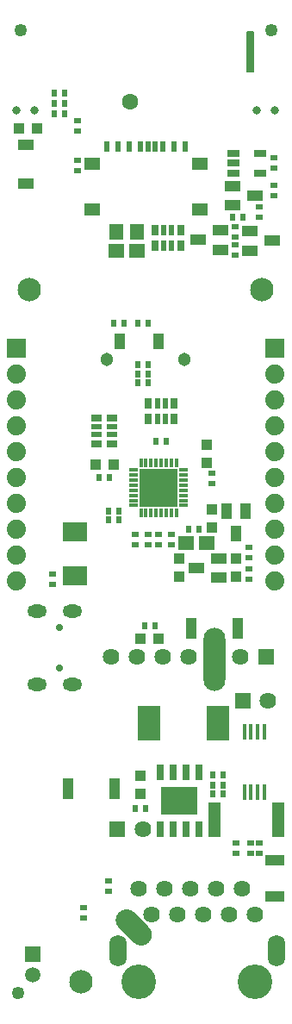
<source format=gbr>
G04 #@! TF.GenerationSoftware,KiCad,Pcbnew,5.1.6-c6e7f7d~87~ubuntu18.04.1*
G04 #@! TF.CreationDate,2022-05-31T16:19:01+03:00*
G04 #@! TF.ProjectId,ESP32-PoE-ISO_Rev_J,45535033-322d-4506-9f45-2d49534f5f52,J*
G04 #@! TF.SameCoordinates,Original*
G04 #@! TF.FileFunction,Soldermask,Bot*
G04 #@! TF.FilePolarity,Negative*
%FSLAX46Y46*%
G04 Gerber Fmt 4.6, Leading zero omitted, Abs format (unit mm)*
G04 Created by KiCad (PCBNEW 5.1.6-c6e7f7d~87~ubuntu18.04.1) date 2022-05-31 16:19:01*
%MOMM*%
%LPD*%
G01*
G04 APERTURE LIST*
%ADD10R,1.501600X1.101600*%
%ADD11C,0.801600*%
%ADD12R,1.117600X1.117600*%
%ADD13R,1.117600X2.133600*%
%ADD14C,1.625600*%
%ADD15R,1.625600X1.625600*%
%ADD16R,2.301600X3.501600*%
%ADD17R,0.651600X0.601600*%
%ADD18R,0.601600X0.651600*%
%ADD19R,1.371600X1.625600*%
%ADD20C,1.254000*%
%ADD21C,1.879600*%
%ADD22R,1.879600X1.879600*%
%ADD23R,1.625600X1.371600*%
%ADD24R,1.879600X1.117600*%
%ADD25R,0.601600X1.101600*%
%ADD26R,1.601600X1.301600*%
%ADD27R,0.482600X1.117600*%
%ADD28R,0.736600X1.117600*%
%ADD29R,1.101600X1.501600*%
%ADD30R,3.701600X3.701600*%
%ADD31R,0.501600X0.501600*%
%ADD32R,1.524000X1.524000*%
%ADD33R,0.351600X0.901600*%
%ADD34R,0.901600X0.351600*%
%ADD35O,2.133600X6.197600*%
%ADD36C,1.301600*%
%ADD37R,1.117600X0.482600*%
%ADD38R,1.117600X0.736600*%
%ADD39C,0.701600*%
%ADD40O,1.901600X1.301600*%
%ADD41R,2.387600X1.879600*%
%ADD42C,3.401601*%
%ADD43O,1.701600X3.101599*%
%ADD44R,0.451600X1.601600*%
%ADD45R,3.601600X2.701600*%
%ADD46R,0.701600X1.501600*%
%ADD47C,1.901600*%
%ADD48R,1.301600X3.501601*%
%ADD49C,1.601600*%
%ADD50R,1.301600X0.651600*%
%ADD51C,2.301600*%
%ADD52R,1.501600X1.501600*%
%ADD53C,1.501600*%
%ADD54C,0.203200*%
G04 APERTURE END LIST*
D10*
X92329000Y-103256000D03*
X92329000Y-107056000D03*
D11*
X115059000Y-99822000D03*
X116859000Y-99822000D03*
X91421000Y-99822000D03*
X93221000Y-99822000D03*
D12*
X91694000Y-101600000D03*
X93472000Y-101600000D03*
D13*
X101092000Y-166497000D03*
X96520000Y-166497000D03*
X113157000Y-150749000D03*
X108585000Y-150749000D03*
D14*
X113411000Y-153543000D03*
D15*
X115951000Y-153543000D03*
D14*
X108331000Y-153543000D03*
X105791000Y-153543000D03*
X100711000Y-153543000D03*
X103251000Y-153543000D03*
D16*
X104423000Y-160020000D03*
X111223000Y-160020000D03*
D14*
X103866000Y-170434000D03*
D15*
X101366000Y-170434000D03*
D17*
X94996000Y-145415000D03*
X94996000Y-146431000D03*
G36*
G01*
X102935679Y-181571462D02*
X101498838Y-180134622D01*
G75*
G02*
X101498838Y-178625938I754342J754342D01*
G01*
X101498838Y-178625938D01*
G75*
G02*
X103007522Y-178625938I754342J-754342D01*
G01*
X104444362Y-180062778D01*
G75*
G02*
X104444362Y-181571462I-754342J-754342D01*
G01*
X104444362Y-181571462D01*
G75*
G02*
X102935678Y-181571462I-754342J754342D01*
G01*
G37*
D18*
X95123000Y-99187000D03*
X96139000Y-99187000D03*
X95123000Y-98171000D03*
X96139000Y-98171000D03*
X96139000Y-100203000D03*
X95123000Y-100203000D03*
D12*
X105410000Y-151765000D03*
X103632000Y-151765000D03*
D17*
X114300000Y-142748000D03*
X114300000Y-143764000D03*
D12*
X113030000Y-143891000D03*
X113030000Y-145669000D03*
D19*
X103251000Y-111760000D03*
X101219000Y-111760000D03*
D20*
X91567000Y-186563000D03*
X116459000Y-92000000D03*
X91821000Y-92000000D03*
D18*
X106172000Y-132334000D03*
X105156000Y-132334000D03*
X99568000Y-135890000D03*
X100584000Y-135890000D03*
X101473000Y-139192000D03*
X100457000Y-139192000D03*
X109347000Y-140970000D03*
X108331000Y-140970000D03*
X113665000Y-110363000D03*
X112649000Y-110363000D03*
D17*
X97409000Y-105791000D03*
X97409000Y-104775000D03*
D18*
X104394000Y-126619000D03*
X103378000Y-126619000D03*
X104394000Y-124841000D03*
X103378000Y-124841000D03*
X104394000Y-120777000D03*
X103378000Y-120777000D03*
X104394000Y-125730000D03*
X103378000Y-125730000D03*
X100457000Y-140081000D03*
X101473000Y-140081000D03*
D17*
X110617000Y-136525000D03*
X110617000Y-135509000D03*
X105410000Y-141478000D03*
X105410000Y-142494000D03*
X106680000Y-142494000D03*
X106680000Y-141478000D03*
X103124000Y-142494000D03*
X103124000Y-141478000D03*
X104394000Y-142494000D03*
X104394000Y-141478000D03*
X114300000Y-145923000D03*
X114300000Y-144907000D03*
D18*
X105029000Y-150495000D03*
X104013000Y-150495000D03*
D17*
X115316000Y-109347000D03*
X115316000Y-110363000D03*
D10*
X111343440Y-143830040D03*
X111343440Y-145732500D03*
X109133640Y-144777460D03*
D21*
X116840000Y-146080000D03*
X116840000Y-143540000D03*
X116840000Y-138460000D03*
X116840000Y-141000000D03*
X116840000Y-135920000D03*
X116840000Y-133380000D03*
D22*
X116840000Y-123220000D03*
D21*
X116840000Y-125760000D03*
X116840000Y-128300000D03*
X116840000Y-130840000D03*
X91440000Y-130840000D03*
X91440000Y-128300000D03*
X91440000Y-125760000D03*
D22*
X91440000Y-123220000D03*
D21*
X91440000Y-133380000D03*
X91440000Y-135920000D03*
X91440000Y-141000000D03*
X91440000Y-138460000D03*
X91440000Y-143540000D03*
X91440000Y-146080000D03*
D10*
X114335560Y-113598960D03*
X114335560Y-111696500D03*
X116545360Y-112651540D03*
D23*
X101219000Y-113665000D03*
X103251000Y-113665000D03*
D24*
X116840000Y-177038000D03*
X116840000Y-173482000D03*
D25*
X100290000Y-103380000D03*
X101390000Y-103380000D03*
X102490000Y-103380000D03*
X103590000Y-103380000D03*
X104340000Y-103380000D03*
X105040000Y-103380000D03*
X105790000Y-103380000D03*
X106890000Y-103380000D03*
X107990000Y-103380000D03*
D26*
X109440000Y-105130000D03*
X98840000Y-105130000D03*
X109440000Y-109580000D03*
X98840000Y-109580000D03*
D12*
X110109000Y-134493000D03*
X110109000Y-132715000D03*
X99187000Y-134620000D03*
X100965000Y-134620000D03*
X107442000Y-143891000D03*
X107442000Y-145669000D03*
X110617000Y-140843000D03*
X110617000Y-139065000D03*
D27*
X106045000Y-128651000D03*
X105283000Y-128651000D03*
X106045000Y-130175000D03*
X105283000Y-130175000D03*
D28*
X106934000Y-128651000D03*
X106934000Y-130175000D03*
X104394000Y-128651000D03*
X104394000Y-130175000D03*
D10*
X111506000Y-111633000D03*
X111506000Y-113535460D03*
X109296200Y-112580420D03*
D23*
X110109000Y-142367000D03*
X108077000Y-142367000D03*
D17*
X116713000Y-108204000D03*
X116713000Y-107188000D03*
D29*
X105405000Y-122555000D03*
X101605000Y-122555000D03*
D18*
X100965000Y-120777000D03*
X101981000Y-120777000D03*
D30*
X105410000Y-136906000D03*
D31*
X106710000Y-137406000D03*
X106710000Y-136406000D03*
X105910000Y-135606000D03*
X104910000Y-135606000D03*
X104110000Y-136406000D03*
X104110000Y-137406000D03*
X104910000Y-138206000D03*
X105910000Y-138206000D03*
D32*
X105410000Y-136906000D03*
D33*
X103660000Y-139356000D03*
X104160000Y-139356000D03*
X104660000Y-139356000D03*
X105160000Y-139356000D03*
X105660000Y-139356000D03*
X106160000Y-139356000D03*
X106660000Y-139356000D03*
X107160000Y-139356000D03*
D34*
X107860000Y-138656000D03*
X107860000Y-138156000D03*
X107860000Y-137656000D03*
X107860000Y-137156000D03*
X107860000Y-136656000D03*
X107860000Y-136156000D03*
X107860000Y-135656000D03*
X107860000Y-135156000D03*
D33*
X107160000Y-134456000D03*
X106660000Y-134456000D03*
X106160000Y-134456000D03*
X105660000Y-134456000D03*
X105160000Y-134456000D03*
X104660000Y-134456000D03*
X104160000Y-134456000D03*
X103660000Y-134456000D03*
D34*
X102960000Y-135156000D03*
X102960000Y-135656000D03*
X102960000Y-136156000D03*
X102960000Y-136656000D03*
X102960000Y-137156000D03*
X102960000Y-137656000D03*
X102960000Y-138156000D03*
X102960000Y-138656000D03*
D17*
X112903000Y-114046000D03*
X112903000Y-113030000D03*
X112903000Y-112268000D03*
X112903000Y-111252000D03*
D10*
X114892000Y-108204000D03*
X112692000Y-107254000D03*
X112692000Y-109154000D03*
D29*
X113027460Y-141437360D03*
X113982500Y-139227560D03*
X112080040Y-139227560D03*
D28*
X105029000Y-113157000D03*
X105029000Y-111633000D03*
X107569000Y-113157000D03*
X107569000Y-111633000D03*
D27*
X105918000Y-113157000D03*
X106680000Y-113157000D03*
X105918000Y-111633000D03*
X106680000Y-111633000D03*
D35*
X110871000Y-153733500D03*
D36*
X107950000Y-124333000D03*
X100330000Y-124333000D03*
D37*
X99314000Y-130937000D03*
X99314000Y-131699000D03*
X100838000Y-130937000D03*
X100838000Y-131699000D03*
D38*
X99314000Y-130048000D03*
X100838000Y-130048000D03*
X99314000Y-132588000D03*
X100838000Y-132588000D03*
D39*
X95626000Y-150654000D03*
X95626000Y-154654000D03*
D40*
X93476000Y-149054000D03*
X96946000Y-149054000D03*
X96946000Y-156254000D03*
X93476000Y-156254000D03*
D41*
X97155000Y-145560000D03*
X97155000Y-141206000D03*
D42*
X114915000Y-185443000D03*
X103485000Y-185443000D03*
D43*
X117000000Y-182393000D03*
X101400000Y-182393000D03*
D14*
X114915000Y-178793000D03*
X113645000Y-176253000D03*
X112375000Y-178793000D03*
X111105000Y-176253000D03*
X109835000Y-178793000D03*
X108565000Y-176253000D03*
X107295000Y-178793000D03*
X106025000Y-176253000D03*
X104755000Y-178793000D03*
X103485000Y-176253000D03*
D17*
X100457000Y-175514000D03*
X100457000Y-176530000D03*
X98044000Y-179197000D03*
X98044000Y-178181000D03*
D18*
X111760000Y-167005000D03*
X110744000Y-167005000D03*
D14*
X116185000Y-157861000D03*
D15*
X113685000Y-157861000D03*
D17*
X113030000Y-171831000D03*
X113030000Y-172847000D03*
X115316000Y-172847000D03*
X115316000Y-171831000D03*
X114427000Y-172847000D03*
X114427000Y-171831000D03*
D18*
X103124000Y-168402000D03*
X104140000Y-168402000D03*
X110744000Y-165100000D03*
X111760000Y-165100000D03*
X111760000Y-166116000D03*
X110744000Y-166116000D03*
D44*
X115783000Y-160880000D03*
X115133000Y-160880000D03*
X114483000Y-160880000D03*
X113833000Y-160880000D03*
X113833000Y-166780000D03*
X114483000Y-166780000D03*
X115133000Y-166780000D03*
X115783000Y-166780000D03*
D45*
X107442000Y-167646000D03*
D46*
X105537000Y-170446000D03*
X106807000Y-170446000D03*
X108077000Y-170446000D03*
X109347000Y-170446000D03*
X109347000Y-164846000D03*
X108077000Y-164846000D03*
X106807000Y-164846000D03*
X105537000Y-164846000D03*
D47*
X107442000Y-167646000D03*
D12*
X103632000Y-165227000D03*
X103632000Y-167005000D03*
D48*
X117196000Y-169545000D03*
X110896000Y-169545000D03*
D49*
X102640000Y-98981000D03*
D17*
X116713000Y-104521000D03*
X116713000Y-105537000D03*
D50*
X115351000Y-104079001D03*
X115351000Y-105979001D03*
X112751000Y-104079001D03*
X112751000Y-105029001D03*
X112751000Y-105979001D03*
D17*
X97409000Y-100838000D03*
X97409000Y-101854000D03*
D51*
X97790000Y-185420000D03*
X92710000Y-117475000D03*
X115570000Y-117475000D03*
D52*
X93070680Y-182740300D03*
D53*
X93073220Y-184769760D03*
D54*
G36*
X114706400Y-96037400D02*
G01*
X114147600Y-96037400D01*
X114147600Y-92176600D01*
X114706400Y-92176600D01*
X114706400Y-96037400D01*
G37*
X114706400Y-96037400D02*
X114147600Y-96037400D01*
X114147600Y-92176600D01*
X114706400Y-92176600D01*
X114706400Y-96037400D01*
M02*

</source>
